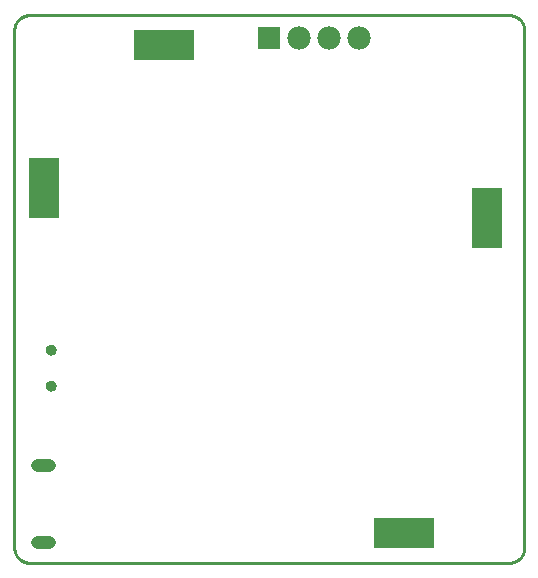
<source format=gbs>
G75*
%MOIN*%
%OFA0B0*%
%FSLAX25Y25*%
%IPPOS*%
%LPD*%
%AMOC8*
5,1,8,0,0,1.08239X$1,22.5*
%
%ADD10C,0.01000*%
%ADD11R,0.20400X0.10400*%
%ADD12R,0.10400X0.20400*%
%ADD13R,0.07800X0.07800*%
%ADD14C,0.07800*%
%ADD15C,0.00000*%
%ADD16C,0.03600*%
%ADD17C,0.04400*%
D10*
X0008000Y0006500D02*
X0008000Y0179000D01*
X0008002Y0179140D01*
X0008008Y0179280D01*
X0008018Y0179420D01*
X0008031Y0179560D01*
X0008049Y0179699D01*
X0008071Y0179838D01*
X0008096Y0179975D01*
X0008125Y0180113D01*
X0008158Y0180249D01*
X0008195Y0180384D01*
X0008236Y0180518D01*
X0008281Y0180651D01*
X0008329Y0180783D01*
X0008381Y0180913D01*
X0008436Y0181042D01*
X0008495Y0181169D01*
X0008558Y0181295D01*
X0008624Y0181419D01*
X0008693Y0181540D01*
X0008766Y0181660D01*
X0008843Y0181778D01*
X0008922Y0181893D01*
X0009005Y0182007D01*
X0009091Y0182117D01*
X0009180Y0182226D01*
X0009272Y0182332D01*
X0009367Y0182435D01*
X0009464Y0182536D01*
X0009565Y0182633D01*
X0009668Y0182728D01*
X0009774Y0182820D01*
X0009883Y0182909D01*
X0009993Y0182995D01*
X0010107Y0183078D01*
X0010222Y0183157D01*
X0010340Y0183234D01*
X0010460Y0183307D01*
X0010581Y0183376D01*
X0010705Y0183442D01*
X0010831Y0183505D01*
X0010958Y0183564D01*
X0011087Y0183619D01*
X0011217Y0183671D01*
X0011349Y0183719D01*
X0011482Y0183764D01*
X0011616Y0183805D01*
X0011751Y0183842D01*
X0011887Y0183875D01*
X0012025Y0183904D01*
X0012162Y0183929D01*
X0012301Y0183951D01*
X0012440Y0183969D01*
X0012580Y0183982D01*
X0012720Y0183992D01*
X0012860Y0183998D01*
X0013000Y0184000D01*
X0173000Y0184000D01*
X0173140Y0183998D01*
X0173280Y0183992D01*
X0173420Y0183982D01*
X0173560Y0183969D01*
X0173699Y0183951D01*
X0173838Y0183929D01*
X0173975Y0183904D01*
X0174113Y0183875D01*
X0174249Y0183842D01*
X0174384Y0183805D01*
X0174518Y0183764D01*
X0174651Y0183719D01*
X0174783Y0183671D01*
X0174913Y0183619D01*
X0175042Y0183564D01*
X0175169Y0183505D01*
X0175295Y0183442D01*
X0175419Y0183376D01*
X0175540Y0183307D01*
X0175660Y0183234D01*
X0175778Y0183157D01*
X0175893Y0183078D01*
X0176007Y0182995D01*
X0176117Y0182909D01*
X0176226Y0182820D01*
X0176332Y0182728D01*
X0176435Y0182633D01*
X0176536Y0182536D01*
X0176633Y0182435D01*
X0176728Y0182332D01*
X0176820Y0182226D01*
X0176909Y0182117D01*
X0176995Y0182007D01*
X0177078Y0181893D01*
X0177157Y0181778D01*
X0177234Y0181660D01*
X0177307Y0181540D01*
X0177376Y0181419D01*
X0177442Y0181295D01*
X0177505Y0181169D01*
X0177564Y0181042D01*
X0177619Y0180913D01*
X0177671Y0180783D01*
X0177719Y0180651D01*
X0177764Y0180518D01*
X0177805Y0180384D01*
X0177842Y0180249D01*
X0177875Y0180113D01*
X0177904Y0179975D01*
X0177929Y0179838D01*
X0177951Y0179699D01*
X0177969Y0179560D01*
X0177982Y0179420D01*
X0177992Y0179280D01*
X0177998Y0179140D01*
X0178000Y0179000D01*
X0178000Y0006500D01*
X0177998Y0006360D01*
X0177992Y0006220D01*
X0177982Y0006080D01*
X0177969Y0005940D01*
X0177951Y0005801D01*
X0177929Y0005662D01*
X0177904Y0005525D01*
X0177875Y0005387D01*
X0177842Y0005251D01*
X0177805Y0005116D01*
X0177764Y0004982D01*
X0177719Y0004849D01*
X0177671Y0004717D01*
X0177619Y0004587D01*
X0177564Y0004458D01*
X0177505Y0004331D01*
X0177442Y0004205D01*
X0177376Y0004081D01*
X0177307Y0003960D01*
X0177234Y0003840D01*
X0177157Y0003722D01*
X0177078Y0003607D01*
X0176995Y0003493D01*
X0176909Y0003383D01*
X0176820Y0003274D01*
X0176728Y0003168D01*
X0176633Y0003065D01*
X0176536Y0002964D01*
X0176435Y0002867D01*
X0176332Y0002772D01*
X0176226Y0002680D01*
X0176117Y0002591D01*
X0176007Y0002505D01*
X0175893Y0002422D01*
X0175778Y0002343D01*
X0175660Y0002266D01*
X0175540Y0002193D01*
X0175419Y0002124D01*
X0175295Y0002058D01*
X0175169Y0001995D01*
X0175042Y0001936D01*
X0174913Y0001881D01*
X0174783Y0001829D01*
X0174651Y0001781D01*
X0174518Y0001736D01*
X0174384Y0001695D01*
X0174249Y0001658D01*
X0174113Y0001625D01*
X0173975Y0001596D01*
X0173838Y0001571D01*
X0173699Y0001549D01*
X0173560Y0001531D01*
X0173420Y0001518D01*
X0173280Y0001508D01*
X0173140Y0001502D01*
X0173000Y0001500D01*
X0013000Y0001500D01*
X0012860Y0001502D01*
X0012720Y0001508D01*
X0012580Y0001518D01*
X0012440Y0001531D01*
X0012301Y0001549D01*
X0012162Y0001571D01*
X0012025Y0001596D01*
X0011887Y0001625D01*
X0011751Y0001658D01*
X0011616Y0001695D01*
X0011482Y0001736D01*
X0011349Y0001781D01*
X0011217Y0001829D01*
X0011087Y0001881D01*
X0010958Y0001936D01*
X0010831Y0001995D01*
X0010705Y0002058D01*
X0010581Y0002124D01*
X0010460Y0002193D01*
X0010340Y0002266D01*
X0010222Y0002343D01*
X0010107Y0002422D01*
X0009993Y0002505D01*
X0009883Y0002591D01*
X0009774Y0002680D01*
X0009668Y0002772D01*
X0009565Y0002867D01*
X0009464Y0002964D01*
X0009367Y0003065D01*
X0009272Y0003168D01*
X0009180Y0003274D01*
X0009091Y0003383D01*
X0009005Y0003493D01*
X0008922Y0003607D01*
X0008843Y0003722D01*
X0008766Y0003840D01*
X0008693Y0003960D01*
X0008624Y0004081D01*
X0008558Y0004205D01*
X0008495Y0004331D01*
X0008436Y0004458D01*
X0008381Y0004587D01*
X0008329Y0004717D01*
X0008281Y0004849D01*
X0008236Y0004982D01*
X0008195Y0005116D01*
X0008158Y0005251D01*
X0008125Y0005387D01*
X0008096Y0005525D01*
X0008071Y0005662D01*
X0008049Y0005801D01*
X0008031Y0005940D01*
X0008018Y0006080D01*
X0008008Y0006220D01*
X0008002Y0006360D01*
X0008000Y0006500D01*
D11*
X0138000Y0011500D03*
X0058000Y0174000D03*
D12*
X0018000Y0126500D03*
X0165500Y0116500D03*
D13*
X0093000Y0176500D03*
D14*
X0103000Y0176500D03*
X0113000Y0176500D03*
X0123000Y0176500D03*
D15*
X0018526Y0072500D02*
X0018528Y0072580D01*
X0018534Y0072659D01*
X0018544Y0072738D01*
X0018558Y0072817D01*
X0018575Y0072895D01*
X0018597Y0072972D01*
X0018622Y0073047D01*
X0018652Y0073121D01*
X0018684Y0073194D01*
X0018721Y0073265D01*
X0018761Y0073334D01*
X0018804Y0073401D01*
X0018851Y0073466D01*
X0018900Y0073528D01*
X0018953Y0073588D01*
X0019009Y0073645D01*
X0019067Y0073700D01*
X0019128Y0073751D01*
X0019192Y0073799D01*
X0019258Y0073844D01*
X0019326Y0073886D01*
X0019396Y0073924D01*
X0019468Y0073958D01*
X0019541Y0073989D01*
X0019616Y0074017D01*
X0019693Y0074040D01*
X0019770Y0074060D01*
X0019848Y0074076D01*
X0019927Y0074088D01*
X0020006Y0074096D01*
X0020086Y0074100D01*
X0020166Y0074100D01*
X0020246Y0074096D01*
X0020325Y0074088D01*
X0020404Y0074076D01*
X0020482Y0074060D01*
X0020559Y0074040D01*
X0020636Y0074017D01*
X0020711Y0073989D01*
X0020784Y0073958D01*
X0020856Y0073924D01*
X0020926Y0073886D01*
X0020994Y0073844D01*
X0021060Y0073799D01*
X0021124Y0073751D01*
X0021185Y0073700D01*
X0021243Y0073645D01*
X0021299Y0073588D01*
X0021352Y0073528D01*
X0021401Y0073466D01*
X0021448Y0073401D01*
X0021491Y0073334D01*
X0021531Y0073265D01*
X0021568Y0073194D01*
X0021600Y0073121D01*
X0021630Y0073047D01*
X0021655Y0072972D01*
X0021677Y0072895D01*
X0021694Y0072817D01*
X0021708Y0072738D01*
X0021718Y0072659D01*
X0021724Y0072580D01*
X0021726Y0072500D01*
X0021724Y0072420D01*
X0021718Y0072341D01*
X0021708Y0072262D01*
X0021694Y0072183D01*
X0021677Y0072105D01*
X0021655Y0072028D01*
X0021630Y0071953D01*
X0021600Y0071879D01*
X0021568Y0071806D01*
X0021531Y0071735D01*
X0021491Y0071666D01*
X0021448Y0071599D01*
X0021401Y0071534D01*
X0021352Y0071472D01*
X0021299Y0071412D01*
X0021243Y0071355D01*
X0021185Y0071300D01*
X0021124Y0071249D01*
X0021060Y0071201D01*
X0020994Y0071156D01*
X0020926Y0071114D01*
X0020856Y0071076D01*
X0020784Y0071042D01*
X0020711Y0071011D01*
X0020636Y0070983D01*
X0020559Y0070960D01*
X0020482Y0070940D01*
X0020404Y0070924D01*
X0020325Y0070912D01*
X0020246Y0070904D01*
X0020166Y0070900D01*
X0020086Y0070900D01*
X0020006Y0070904D01*
X0019927Y0070912D01*
X0019848Y0070924D01*
X0019770Y0070940D01*
X0019693Y0070960D01*
X0019616Y0070983D01*
X0019541Y0071011D01*
X0019468Y0071042D01*
X0019396Y0071076D01*
X0019326Y0071114D01*
X0019258Y0071156D01*
X0019192Y0071201D01*
X0019128Y0071249D01*
X0019067Y0071300D01*
X0019009Y0071355D01*
X0018953Y0071412D01*
X0018900Y0071472D01*
X0018851Y0071534D01*
X0018804Y0071599D01*
X0018761Y0071666D01*
X0018721Y0071735D01*
X0018684Y0071806D01*
X0018652Y0071879D01*
X0018622Y0071953D01*
X0018597Y0072028D01*
X0018575Y0072105D01*
X0018558Y0072183D01*
X0018544Y0072262D01*
X0018534Y0072341D01*
X0018528Y0072420D01*
X0018526Y0072500D01*
X0018526Y0060500D02*
X0018528Y0060580D01*
X0018534Y0060659D01*
X0018544Y0060738D01*
X0018558Y0060817D01*
X0018575Y0060895D01*
X0018597Y0060972D01*
X0018622Y0061047D01*
X0018652Y0061121D01*
X0018684Y0061194D01*
X0018721Y0061265D01*
X0018761Y0061334D01*
X0018804Y0061401D01*
X0018851Y0061466D01*
X0018900Y0061528D01*
X0018953Y0061588D01*
X0019009Y0061645D01*
X0019067Y0061700D01*
X0019128Y0061751D01*
X0019192Y0061799D01*
X0019258Y0061844D01*
X0019326Y0061886D01*
X0019396Y0061924D01*
X0019468Y0061958D01*
X0019541Y0061989D01*
X0019616Y0062017D01*
X0019693Y0062040D01*
X0019770Y0062060D01*
X0019848Y0062076D01*
X0019927Y0062088D01*
X0020006Y0062096D01*
X0020086Y0062100D01*
X0020166Y0062100D01*
X0020246Y0062096D01*
X0020325Y0062088D01*
X0020404Y0062076D01*
X0020482Y0062060D01*
X0020559Y0062040D01*
X0020636Y0062017D01*
X0020711Y0061989D01*
X0020784Y0061958D01*
X0020856Y0061924D01*
X0020926Y0061886D01*
X0020994Y0061844D01*
X0021060Y0061799D01*
X0021124Y0061751D01*
X0021185Y0061700D01*
X0021243Y0061645D01*
X0021299Y0061588D01*
X0021352Y0061528D01*
X0021401Y0061466D01*
X0021448Y0061401D01*
X0021491Y0061334D01*
X0021531Y0061265D01*
X0021568Y0061194D01*
X0021600Y0061121D01*
X0021630Y0061047D01*
X0021655Y0060972D01*
X0021677Y0060895D01*
X0021694Y0060817D01*
X0021708Y0060738D01*
X0021718Y0060659D01*
X0021724Y0060580D01*
X0021726Y0060500D01*
X0021724Y0060420D01*
X0021718Y0060341D01*
X0021708Y0060262D01*
X0021694Y0060183D01*
X0021677Y0060105D01*
X0021655Y0060028D01*
X0021630Y0059953D01*
X0021600Y0059879D01*
X0021568Y0059806D01*
X0021531Y0059735D01*
X0021491Y0059666D01*
X0021448Y0059599D01*
X0021401Y0059534D01*
X0021352Y0059472D01*
X0021299Y0059412D01*
X0021243Y0059355D01*
X0021185Y0059300D01*
X0021124Y0059249D01*
X0021060Y0059201D01*
X0020994Y0059156D01*
X0020926Y0059114D01*
X0020856Y0059076D01*
X0020784Y0059042D01*
X0020711Y0059011D01*
X0020636Y0058983D01*
X0020559Y0058960D01*
X0020482Y0058940D01*
X0020404Y0058924D01*
X0020325Y0058912D01*
X0020246Y0058904D01*
X0020166Y0058900D01*
X0020086Y0058900D01*
X0020006Y0058904D01*
X0019927Y0058912D01*
X0019848Y0058924D01*
X0019770Y0058940D01*
X0019693Y0058960D01*
X0019616Y0058983D01*
X0019541Y0059011D01*
X0019468Y0059042D01*
X0019396Y0059076D01*
X0019326Y0059114D01*
X0019258Y0059156D01*
X0019192Y0059201D01*
X0019128Y0059249D01*
X0019067Y0059300D01*
X0019009Y0059355D01*
X0018953Y0059412D01*
X0018900Y0059472D01*
X0018851Y0059534D01*
X0018804Y0059599D01*
X0018761Y0059666D01*
X0018721Y0059735D01*
X0018684Y0059806D01*
X0018652Y0059879D01*
X0018622Y0059953D01*
X0018597Y0060028D01*
X0018575Y0060105D01*
X0018558Y0060183D01*
X0018544Y0060262D01*
X0018534Y0060341D01*
X0018528Y0060420D01*
X0018526Y0060500D01*
D16*
X0020126Y0060500D03*
X0020126Y0072500D03*
D17*
X0019469Y0034242D02*
X0015469Y0034242D01*
X0015469Y0008258D02*
X0019469Y0008258D01*
M02*

</source>
